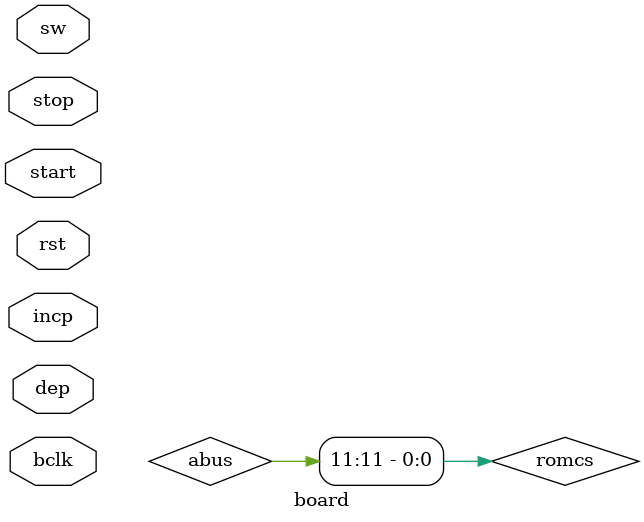
<source format=v>

`include "clock.v"
`include "state.v"
`include "opcode.v"
`include "slicehigh.v"
`include "slicelow.v"
`include "io.v"

`include "ram.v"
`include "rom.v"
`include "lcd.v"
`include "buttons.v"
`include "ttl245.v"

module board(
  input wire bclk,
  input wire rst,
  input wire dep,
  input wire incp,
  input wire start,
  input wire stop,
  input wire [11:0] sw
);

  wire [3:0] op;
  wire [3:0] control;
  wire [1:0] state;
  wire store;
  wire zp;
  wire flag;
  wire cin0;

  wire [11:0] abus;
  wire [11:0] dbus;
  wire [11:0] carry;    // Carry (low->high bits)
  wire [11:0] io;       // Zero/IO (low->high bits)
  wire [11:0] x;
  wire [2:0] ioen;
  wire [7:0] iobus;

  wire memoe, memwe;
  wire iord, iowr, iocmd;
  wire wrf;
  wire clk;

  wire ramcs = ~abus[11];
  wire romcs = abus[11];

  ram ram_inst(
    .ce(ramcs),
    .we(memwe),
    .oe(memoe),
    .abus(abus[10:0]),
    .dbus(dbus)
  );

  rom rom_inst(
    .ce(romcs),
    .oe(memoe),
    .abus(abus[10:0]),
    .dbus(dbus)
  );

  lcd lcd_inst(
    .wr(iowr),
    .cmd(iocmd),
    .dbus(iobus)
  );

  buttons buttons_inst(
    .clk(clk),
    .rd(iord),
    .dbus(iobus)
  );

  clock clock_inst(
    .clk(bclk),
    .rst(rst),
    .start(start),
    .stop(stop),
    .dep(dep),
    .incp(incp),
    .cout(clk)
  );

  io io_inst(
    .clk(clk),
    .io(io[11]),
    .store(store),
    .d11(dbus[11]),
    .d10(dbus[10]),
    .d9(dbus[9]),
    .d8(dbus[8]),
    .memoe(memoe),
    .memwe(memwe),
    .iord(iord),
    .iowr(iowr),
    .iocmd(iocmd),
    .ioen0(ioen[0]),
    .ioen1(ioen[1]),
    .ioen2(ioen[2])
  );

  ttl245 io0_buf(
    .ab(~iord),
    .nce(~ioen[0]),
    .a(dbus[7:0]),
    .b(iobus[7:0])
  );
//assign dbus[11:8] = iord ? 4'b0 : 4'bz;

  state state_inst(
    .clk(clk),
    .rst(rst),
    .op3(op[3]),
    .op2(op[2]),
    .op1(op[1]),
    .op0(op[0]),
    .dep(dep),
    .incp(incp),
    .flag(flag),
    .c3(control[3]),
    .c2(control[2]),
    .c1(control[1]),
    .c0(control[0]),
    .cin0(cin0),
    .s1(state[1]),
    .s0(state[0]),
    .store(store)
  );

  opcode opcode_inst(
    .clk(clk),
    .op3(op[3]),
    .op2(op[2]),
    .op1(op[1]),
    .op0(op[0]),
    .zp(zp),
    .s0(state[0]),
    .s1(state[1]),
    .d11(dbus[11]),
    .d10(dbus[10]),
    .d9(dbus[9]),
    .d8(dbus[8]),
    .d7(dbus[7]),
    .cin(carry[11]),
    .x0(x[0]),
    .flag(flag)
  );

  genvar i;
  generate
    for ( i = 0; i < 12; i = i + 1) begin
      if (i > 6) begin
        slicehigh high_inst(
          .clk(clk),
          .c0(control[0]),
          .c1(control[1]),
          .c2(control[2]),
          .c3(control[3]),
          .sin(i == 11 ? 1'b0 : x[i + 1]),
          .ioin(io[i - 1]),
          .cin(carry[i - 1]),
          .zp(zp),
          .cout(carry[i]),
          .ioout(io[i]),
          .sw(sw[i]),
          .abus(abus[i]),
          .dbus(dbus[i]),
          .x(x[i])
        );
      end else begin
        slicelow low_inst(
          .clk(clk),
          .c0(control[0]),
          .c1(control[1]),
          .c2(control[2]),
          .c3(control[3]),
          .sin(x[i + 1]),
          .ioin(i > 0 ? io[i - 1] : 1'b1),
          .cin(i > 0 ? carry[i - 1] : cin0),
          .cout(carry[i]),
          .ioout(io[i]),
          .sw(sw[i]),
          .abus(abus[i]),
          .dbus(dbus[i]),
          .x(x[i])
        );
      end
    end
  endgenerate

endmodule

</source>
